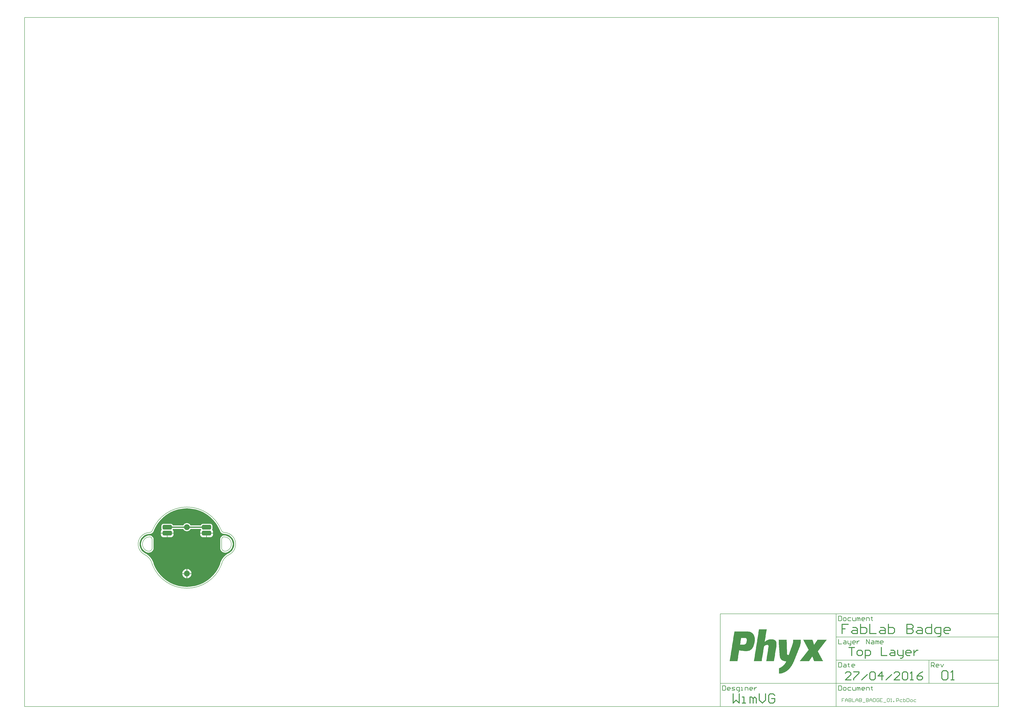
<source format=gtl>
G04 Layer_Physical_Order=1*
G04 Layer_Color=48896*
%FSLAX25Y25*%
%MOIN*%
G70*
G01*
G75*
G04:AMPARAMS|DCode=10|XSize=78.74mil|YSize=157.48mil|CornerRadius=19.69mil|HoleSize=0mil|Usage=FLASHONLY|Rotation=90.000|XOffset=0mil|YOffset=0mil|HoleType=Round|Shape=RoundedRectangle|*
%AMROUNDEDRECTD10*
21,1,0.07874,0.11811,0,0,90.0*
21,1,0.03937,0.15748,0,0,90.0*
1,1,0.03937,0.05906,0.01969*
1,1,0.03937,0.05906,-0.01969*
1,1,0.03937,-0.05906,-0.01969*
1,1,0.03937,-0.05906,0.01969*
%
%ADD10ROUNDEDRECTD10*%
%ADD11C,0.01969*%
%ADD12C,0.01575*%
%ADD13C,0.00787*%
%ADD14C,0.00984*%
G04:AMPARAMS|DCode=15|XSize=78.74mil|YSize=78.74mil|CornerRadius=19.69mil|HoleSize=0mil|Usage=FLASHONLY|Rotation=90.000|XOffset=0mil|YOffset=0mil|HoleType=Round|Shape=RoundedRectangle|*
%AMROUNDEDRECTD15*
21,1,0.07874,0.03937,0,0,90.0*
21,1,0.03937,0.07874,0,0,90.0*
1,1,0.03937,0.01969,0.01969*
1,1,0.03937,0.01969,-0.01969*
1,1,0.03937,-0.01969,-0.01969*
1,1,0.03937,-0.01969,0.01969*
%
%ADD15ROUNDEDRECTD15*%
%ADD16C,0.07874*%
%ADD17C,0.09843*%
G36*
X4757Y60440D02*
X9484Y59880D01*
X14153Y58951D01*
X18735Y57659D01*
X23201Y56012D01*
X27524Y54019D01*
X31677Y51693D01*
X35636Y49048D01*
X39374Y46101D01*
X42869Y42869D01*
X46101Y39374D01*
X49048Y35636D01*
X51693Y31677D01*
X54019Y27524D01*
X55576Y24147D01*
X56176Y22697D01*
X56180Y22676D01*
X56188Y22664D01*
X56379Y22139D01*
X57113Y20766D01*
X58100Y19563D01*
X59304Y18575D01*
X60676Y17842D01*
X62166Y17390D01*
X62856Y17313D01*
X63113Y17262D01*
X63257Y17290D01*
X64395Y17226D01*
X64399Y17226D01*
X65374Y17162D01*
X67595Y16720D01*
X69739Y15993D01*
X71770Y14991D01*
X73653Y13733D01*
X75355Y12240D01*
X76848Y10538D01*
X78106Y8655D01*
X79108Y6624D01*
X79835Y4480D01*
X80277Y2259D01*
X80425Y0D01*
X80277Y-2259D01*
X79835Y-4480D01*
X79108Y-6624D01*
X78106Y-8655D01*
X76848Y-10538D01*
X75355Y-12240D01*
X73653Y-13733D01*
X71842Y-14943D01*
X71250Y-15189D01*
X68527Y-16693D01*
X65990Y-18493D01*
X63670Y-20566D01*
X61598Y-22886D01*
X59798Y-25423D01*
X58293Y-28145D01*
X57102Y-31019D01*
X56241Y-34008D01*
X56121Y-34715D01*
X56012Y-35012D01*
X54019Y-39335D01*
X51693Y-43488D01*
X49048Y-47447D01*
X46101Y-51185D01*
X42869Y-54681D01*
X39374Y-57912D01*
X35636Y-60859D01*
X31677Y-63504D01*
X27524Y-65830D01*
X23201Y-67823D01*
X18735Y-69470D01*
X14153Y-70763D01*
X9484Y-71691D01*
X4757Y-72251D01*
X0Y-72438D01*
X-4757Y-72251D01*
X-9484Y-71691D01*
X-14153Y-70763D01*
X-18735Y-69470D01*
X-23201Y-67823D01*
X-27524Y-65830D01*
X-31677Y-63504D01*
X-35636Y-60859D01*
X-39374Y-57912D01*
X-42869Y-54681D01*
X-46101Y-51185D01*
X-49048Y-47447D01*
X-51693Y-43488D01*
X-54019Y-39335D01*
X-56012Y-35012D01*
X-56121Y-34715D01*
X-56241Y-34008D01*
X-57102Y-31019D01*
X-58293Y-28145D01*
X-59798Y-25423D01*
X-61598Y-22886D01*
X-63671Y-20566D01*
X-65990Y-18493D01*
X-68527Y-16693D01*
X-71250Y-15189D01*
X-71842Y-14943D01*
X-73653Y-13733D01*
X-75355Y-12240D01*
X-76848Y-10538D01*
X-78106Y-8655D01*
X-79108Y-6624D01*
X-79835Y-4480D01*
X-80277Y-2259D01*
X-80425Y0D01*
X-80277Y2259D01*
X-79835Y4480D01*
X-79108Y6624D01*
X-78106Y8655D01*
X-76848Y10538D01*
X-75355Y12240D01*
X-73653Y13733D01*
X-71770Y14991D01*
X-69739Y15993D01*
X-67595Y16720D01*
X-65374Y17162D01*
X-64399Y17226D01*
X-64395Y17226D01*
X-63257Y17290D01*
X-63113Y17262D01*
X-62856Y17313D01*
X-62166Y17390D01*
X-60676Y17842D01*
X-59304Y18575D01*
X-58100Y19563D01*
X-57113Y20766D01*
X-56379Y22139D01*
X-56188Y22664D01*
X-56180Y22676D01*
X-56176Y22697D01*
X-55576Y24147D01*
X-54019Y27524D01*
X-51693Y31677D01*
X-49048Y35636D01*
X-46101Y39374D01*
X-42869Y42869D01*
X-39374Y46101D01*
X-35636Y49048D01*
X-31677Y51693D01*
X-27524Y54019D01*
X-23201Y56012D01*
X-18735Y57659D01*
X-14153Y58951D01*
X-9484Y59880D01*
X-4757Y60440D01*
X0Y60627D01*
X4757Y60440D01*
D02*
G37*
%LPC*%
G36*
X591Y-42146D02*
Y-49409D01*
X7854D01*
X7760Y-48456D01*
X7310Y-46972D01*
X6579Y-45604D01*
X5595Y-44405D01*
X4396Y-43421D01*
X3028Y-42690D01*
X1544Y-42240D01*
X591Y-42146D01*
D02*
G37*
G36*
X62992Y14858D02*
X62814Y14823D01*
X62012Y14728D01*
X60762Y14349D01*
X59610Y13733D01*
X58600Y12905D01*
X57772Y11895D01*
X57156Y10743D01*
X56777Y9493D01*
X56649Y8194D01*
X56669Y7987D01*
X56647Y7874D01*
Y-7874D01*
X56830Y-8796D01*
X56892Y-8889D01*
X56989Y-9208D01*
X57786Y-10699D01*
X58859Y-12007D01*
X60167Y-13080D01*
X61659Y-13877D01*
X63277Y-14368D01*
X64961Y-14534D01*
X66644Y-14368D01*
X67527Y-14101D01*
X67682Y-14070D01*
X67688Y-14087D01*
X67851Y-14036D01*
X67914Y-13994D01*
X69737Y-13239D01*
X71725Y-12020D01*
X73498Y-10506D01*
X75012Y-8733D01*
X76231Y-6745D01*
X77123Y-4591D01*
X77667Y-2324D01*
X77850Y0D01*
X77667Y2324D01*
X77123Y4591D01*
X76231Y6745D01*
X75012Y8733D01*
X73498Y10506D01*
X71725Y12020D01*
X69737Y13239D01*
X67584Y14131D01*
X65316Y14675D01*
X62996Y14858D01*
X62996Y14858D01*
X62992Y14858D01*
D02*
G37*
G36*
X-591Y-42146D02*
X-1544Y-42240D01*
X-3028Y-42690D01*
X-4396Y-43421D01*
X-5595Y-44405D01*
X-6579Y-45604D01*
X-7310Y-46972D01*
X-7760Y-48456D01*
X-7854Y-49409D01*
X-591D01*
Y-42146D01*
D02*
G37*
G36*
Y-50591D02*
X-7854D01*
X-7760Y-51544D01*
X-7310Y-53028D01*
X-6579Y-54396D01*
X-5595Y-55595D01*
X-4396Y-56579D01*
X-3028Y-57310D01*
X-1544Y-57760D01*
X-591Y-57854D01*
Y-50591D01*
D02*
G37*
G36*
X7854D02*
X591D01*
Y-57854D01*
X1544Y-57760D01*
X3028Y-57310D01*
X4396Y-56579D01*
X5595Y-55595D01*
X6579Y-54396D01*
X7310Y-53028D01*
X7760Y-51544D01*
X7854Y-50591D01*
D02*
G37*
G36*
X-34055Y18032D02*
X-44334D01*
Y16654D01*
X-44165Y15369D01*
X-43669Y14172D01*
X-42880Y13144D01*
X-41852Y12355D01*
X-40655Y11859D01*
X-39370Y11690D01*
X-34055D01*
Y18032D01*
D02*
G37*
G36*
X-62992Y14858D02*
X-62996Y14858D01*
X-62996D01*
X-65316Y14675D01*
X-67584Y14131D01*
X-69737Y13239D01*
X-71725Y12020D01*
X-73498Y10506D01*
X-75012Y8733D01*
X-76231Y6745D01*
X-77123Y4591D01*
X-77667Y2324D01*
X-77850Y0D01*
X-77667Y-2324D01*
X-77123Y-4591D01*
X-76231Y-6745D01*
X-75012Y-8733D01*
X-73498Y-10506D01*
X-71725Y-12020D01*
X-69737Y-13239D01*
X-67914Y-13994D01*
X-67851Y-14036D01*
X-67688Y-14087D01*
X-67682Y-14070D01*
X-67527Y-14101D01*
X-66644Y-14368D01*
X-64961Y-14534D01*
X-63277Y-14368D01*
X-61659Y-13877D01*
X-60167Y-13080D01*
X-58859Y-12007D01*
X-57786Y-10699D01*
X-56989Y-9208D01*
X-56892Y-8889D01*
X-56830Y-8796D01*
X-56647Y-7874D01*
Y7874D01*
X-56669Y7987D01*
X-56649Y8194D01*
X-56777Y9493D01*
X-57156Y10743D01*
X-57772Y11895D01*
X-58600Y12905D01*
X-59610Y13733D01*
X-60762Y14349D01*
X-62012Y14728D01*
X-62657Y14792D01*
X-62814Y14823D01*
Y14823D01*
X-62992Y14858D01*
D02*
G37*
G36*
X0Y35663D02*
X-1351Y35530D01*
X-2649Y35136D01*
X-3846Y34497D01*
X-4895Y33636D01*
X-5756Y32586D01*
X-6220Y31718D01*
X-23765D01*
X-24120Y32576D01*
X-24751Y33399D01*
X-25574Y34029D01*
X-26531Y34426D01*
X-27559Y34561D01*
X-39370D01*
X-40398Y34426D01*
X-41356Y34029D01*
X-42178Y33399D01*
X-42809Y32576D01*
X-43206Y31618D01*
X-43341Y30591D01*
Y26654D01*
X-43206Y25626D01*
X-42809Y24668D01*
X-42806Y24664D01*
X-42880Y24101D01*
X-43669Y23072D01*
X-44165Y21875D01*
X-44334Y20591D01*
Y19213D01*
X-33465D01*
X-22595D01*
Y20591D01*
X-22764Y21875D01*
X-23260Y23072D01*
X-24049Y24101D01*
X-24368Y24345D01*
X-24120Y24668D01*
X-23723Y25626D01*
X-23706Y25762D01*
X-6220D01*
X-5756Y24894D01*
X-4895Y23845D01*
X-3846Y22984D01*
X-2649Y22344D01*
X-1351Y21950D01*
X0Y21817D01*
X1351Y21950D01*
X2649Y22344D01*
X3846Y22984D01*
X4895Y23845D01*
X5756Y24894D01*
X6220Y25762D01*
X23706D01*
X23723Y25626D01*
X24120Y24668D01*
X24368Y24345D01*
X24049Y24101D01*
X23260Y23072D01*
X22764Y21875D01*
X22595Y20591D01*
Y19213D01*
X33465D01*
X44334D01*
Y20591D01*
X44165Y21875D01*
X43669Y23072D01*
X42880Y24101D01*
X42806Y24664D01*
X42809Y24668D01*
X43206Y25626D01*
X43341Y26654D01*
Y30591D01*
X43206Y31618D01*
X42809Y32576D01*
X42178Y33399D01*
X41356Y34029D01*
X40398Y34426D01*
X39370Y34561D01*
X27559D01*
X26531Y34426D01*
X25574Y34029D01*
X24751Y33399D01*
X24120Y32576D01*
X23765Y31718D01*
X6220D01*
X5756Y32586D01*
X4895Y33636D01*
X3846Y34497D01*
X2649Y35136D01*
X1351Y35530D01*
X0Y35663D01*
D02*
G37*
G36*
X44334Y18032D02*
X34055D01*
Y11690D01*
X39370D01*
X40655Y11859D01*
X41852Y12355D01*
X42880Y13144D01*
X43669Y14172D01*
X44165Y15369D01*
X44334Y16654D01*
Y18032D01*
D02*
G37*
G36*
X-22595Y18032D02*
X-32874D01*
Y11690D01*
X-27559D01*
X-26274Y11859D01*
X-25077Y12355D01*
X-24049Y13144D01*
X-23260Y14172D01*
X-22764Y15369D01*
X-22595Y16654D01*
Y18032D01*
D02*
G37*
G36*
X32874Y18032D02*
X22595D01*
Y16654D01*
X22764Y15369D01*
X23260Y14172D01*
X24049Y13144D01*
X25077Y12355D01*
X26274Y11859D01*
X27559Y11690D01*
X32874D01*
Y18032D01*
D02*
G37*
%LPD*%
G36*
X1042339Y-162457D02*
Y-162743D01*
Y-163030D01*
Y-163316D01*
Y-163602D01*
Y-163889D01*
Y-164175D01*
Y-164461D01*
Y-164748D01*
Y-165034D01*
Y-165320D01*
Y-165607D01*
Y-165893D01*
Y-166179D01*
Y-166466D01*
Y-166752D01*
Y-167038D01*
Y-167324D01*
Y-167611D01*
Y-167897D01*
Y-168183D01*
X1042053D01*
Y-168470D01*
Y-168756D01*
Y-169042D01*
Y-169329D01*
Y-169615D01*
X1041767D01*
Y-169901D01*
Y-170188D01*
Y-170474D01*
Y-170760D01*
X1041481D01*
Y-171047D01*
Y-171333D01*
Y-171619D01*
Y-171906D01*
X1041194D01*
Y-172192D01*
Y-172478D01*
Y-172764D01*
X1040908D01*
Y-173051D01*
Y-173337D01*
Y-173623D01*
X1040622D01*
Y-173910D01*
Y-174196D01*
Y-174482D01*
X1040335D01*
Y-174769D01*
Y-175055D01*
Y-175341D01*
X1040049D01*
Y-175628D01*
Y-175914D01*
X1039763D01*
Y-176200D01*
Y-176487D01*
X1039476D01*
Y-176773D01*
Y-177059D01*
Y-177345D01*
X1039190D01*
Y-177632D01*
Y-177918D01*
X1038904D01*
Y-178204D01*
Y-178491D01*
Y-178777D01*
X1038617D01*
Y-179063D01*
Y-179350D01*
X1038331D01*
Y-179636D01*
Y-179922D01*
Y-180209D01*
X1038045D01*
Y-180495D01*
Y-180781D01*
X1037758D01*
Y-181068D01*
Y-181354D01*
Y-181640D01*
X1037472D01*
Y-181926D01*
Y-182213D01*
X1037186D01*
Y-182499D01*
Y-182785D01*
Y-183072D01*
X1036899D01*
Y-183358D01*
Y-183644D01*
X1036613D01*
Y-183931D01*
Y-184217D01*
Y-184503D01*
X1036327D01*
Y-184790D01*
Y-185076D01*
X1036041D01*
Y-185362D01*
Y-185649D01*
Y-185935D01*
X1035754D01*
Y-186221D01*
Y-186507D01*
X1035468D01*
Y-186794D01*
Y-187080D01*
Y-187366D01*
X1035182D01*
Y-187653D01*
Y-187939D01*
X1034895D01*
Y-188225D01*
Y-188512D01*
Y-188798D01*
X1034609D01*
Y-189084D01*
Y-189371D01*
X1034323D01*
Y-189657D01*
Y-189943D01*
Y-190229D01*
X1034036D01*
Y-190516D01*
Y-190802D01*
X1033750D01*
Y-191088D01*
Y-191375D01*
Y-191661D01*
X1033464D01*
Y-191947D01*
Y-192234D01*
X1033177D01*
Y-192520D01*
Y-192806D01*
Y-193093D01*
X1032891D01*
Y-193379D01*
Y-193665D01*
X1032605D01*
Y-193952D01*
Y-194238D01*
Y-194524D01*
X1032318D01*
Y-194810D01*
Y-195097D01*
X1032032D01*
Y-195383D01*
Y-195669D01*
Y-195956D01*
X1031746D01*
Y-196242D01*
Y-196528D01*
X1031460D01*
Y-196815D01*
Y-197101D01*
Y-197387D01*
X1031173D01*
Y-197674D01*
Y-197960D01*
X1030887D01*
Y-198246D01*
Y-198533D01*
Y-198819D01*
X1030601D01*
Y-199105D01*
Y-199391D01*
X1030314D01*
Y-199678D01*
Y-199964D01*
X1030028D01*
Y-200251D01*
Y-200537D01*
X1029742D01*
Y-200823D01*
Y-201109D01*
Y-201396D01*
X1029455D01*
Y-201682D01*
X1029169D01*
Y-201968D01*
Y-202255D01*
Y-202541D01*
X1028883D01*
Y-202827D01*
X1028596D01*
Y-203114D01*
Y-203400D01*
X1028310D01*
Y-203686D01*
Y-203973D01*
X1028024D01*
Y-204259D01*
Y-204545D01*
X1027738D01*
Y-204832D01*
Y-205118D01*
X1027451D01*
Y-205404D01*
X1027165D01*
Y-205690D01*
Y-205977D01*
X1026879D01*
Y-206263D01*
Y-206549D01*
X1026592D01*
Y-206836D01*
X1026306D01*
Y-207122D01*
X1026020D01*
Y-207408D01*
Y-207695D01*
X1025733D01*
Y-207981D01*
X1025447D01*
Y-208267D01*
Y-208554D01*
X1025161D01*
Y-208840D01*
X1024874D01*
Y-209126D01*
X1024588D01*
Y-209413D01*
Y-209699D01*
X1024302D01*
Y-209985D01*
X1024015D01*
Y-210271D01*
X1023729D01*
Y-210558D01*
X1023443D01*
Y-210844D01*
X1023157D01*
Y-211130D01*
Y-211417D01*
X1022870D01*
Y-211703D01*
X1022584D01*
Y-211989D01*
X1022297D01*
Y-212276D01*
X1022011D01*
Y-212562D01*
X1021725D01*
Y-212848D01*
X1021439D01*
Y-213135D01*
X1021152D01*
Y-213421D01*
X1020580D01*
Y-213707D01*
X1020293D01*
Y-213994D01*
X1020007D01*
Y-214280D01*
X1019721D01*
Y-214566D01*
X1019434D01*
Y-214852D01*
X1018862D01*
Y-215139D01*
X1018575D01*
Y-215425D01*
X1018003D01*
Y-215711D01*
X1017717D01*
Y-215998D01*
X1017144D01*
Y-216284D01*
X1016858D01*
Y-216570D01*
X1016285D01*
Y-216857D01*
X1015712D01*
Y-217143D01*
X1015140D01*
Y-217429D01*
X1014567D01*
Y-217716D01*
X1013995D01*
Y-218002D01*
X1013136D01*
Y-218288D01*
X1012563D01*
Y-218575D01*
X1011704D01*
Y-218861D01*
X1010559D01*
Y-219147D01*
X1009414D01*
Y-219433D01*
X1007696D01*
Y-219720D01*
X1005691D01*
Y-220006D01*
X1005405D01*
Y-219720D01*
Y-219433D01*
Y-219147D01*
Y-218861D01*
Y-218575D01*
Y-218288D01*
Y-218002D01*
Y-217716D01*
Y-217429D01*
Y-217143D01*
Y-216857D01*
Y-216570D01*
Y-216284D01*
Y-215998D01*
Y-215711D01*
Y-215425D01*
Y-215139D01*
Y-214852D01*
Y-214566D01*
Y-214280D01*
Y-213994D01*
Y-213707D01*
Y-213421D01*
Y-213135D01*
Y-212848D01*
Y-212562D01*
Y-212276D01*
Y-211989D01*
Y-211703D01*
Y-211417D01*
Y-211130D01*
Y-210844D01*
Y-210558D01*
X1005978D01*
Y-210271D01*
X1006550D01*
Y-209985D01*
X1007123D01*
Y-209699D01*
X1007696D01*
Y-209413D01*
X1008268D01*
Y-209126D01*
X1008841D01*
Y-208840D01*
X1009127D01*
Y-208554D01*
X1009700D01*
Y-208267D01*
X1009986D01*
Y-207981D01*
X1010559D01*
Y-207695D01*
X1010845D01*
Y-207408D01*
X1011131D01*
Y-207122D01*
X1011704D01*
Y-206836D01*
X1011990D01*
Y-206549D01*
X1012277D01*
Y-206263D01*
X1012563D01*
Y-205977D01*
X1012849D01*
Y-205690D01*
X1013136D01*
Y-205404D01*
X1013422D01*
Y-205118D01*
X1013708D01*
Y-204832D01*
X1013995D01*
Y-204545D01*
X1014281D01*
Y-204259D01*
X1014567D01*
Y-203973D01*
X1014853D01*
Y-203686D01*
Y-203400D01*
X1015140D01*
Y-203114D01*
X1015426D01*
Y-202827D01*
X1015712D01*
Y-202541D01*
Y-202255D01*
X1015999D01*
Y-201968D01*
X1016285D01*
Y-201682D01*
Y-201396D01*
X1016571D01*
Y-201109D01*
Y-200823D01*
X1016858D01*
Y-200537D01*
X1017144D01*
Y-200251D01*
Y-199964D01*
X1017430D01*
Y-199678D01*
Y-199391D01*
X1017717D01*
Y-199105D01*
Y-198819D01*
X1015999D01*
Y-198533D01*
X1013995D01*
Y-198246D01*
X1012849D01*
Y-197960D01*
X1012277D01*
Y-197674D01*
X1011418D01*
Y-197387D01*
X1010845D01*
Y-197101D01*
X1010559D01*
Y-196815D01*
X1009986D01*
Y-196528D01*
X1009700D01*
Y-196242D01*
X1009414D01*
Y-195956D01*
X1009127D01*
Y-195669D01*
X1008841D01*
Y-195383D01*
X1008554D01*
Y-195097D01*
Y-194810D01*
X1008268D01*
Y-194524D01*
X1007982D01*
Y-194238D01*
Y-193952D01*
X1007696D01*
Y-193665D01*
Y-193379D01*
X1007409D01*
Y-193093D01*
Y-192806D01*
X1007123D01*
Y-192520D01*
Y-192234D01*
Y-191947D01*
X1006837D01*
Y-191661D01*
Y-191375D01*
Y-191088D01*
Y-190802D01*
X1006550D01*
Y-190516D01*
Y-190229D01*
Y-189943D01*
Y-189657D01*
Y-189371D01*
Y-189084D01*
Y-188798D01*
X1006264D01*
Y-188512D01*
Y-188225D01*
Y-187939D01*
Y-187653D01*
Y-187366D01*
Y-187080D01*
Y-186794D01*
Y-186507D01*
Y-186221D01*
Y-185935D01*
Y-185649D01*
Y-185362D01*
Y-185076D01*
Y-184790D01*
Y-184503D01*
X1005978D01*
Y-184217D01*
Y-183931D01*
Y-183644D01*
Y-183358D01*
Y-183072D01*
Y-182785D01*
Y-182499D01*
Y-182213D01*
Y-181926D01*
Y-181640D01*
Y-181354D01*
Y-181068D01*
Y-180781D01*
Y-180495D01*
Y-180209D01*
X1005691D01*
Y-179922D01*
Y-179636D01*
Y-179350D01*
Y-179063D01*
Y-178777D01*
Y-178491D01*
Y-178204D01*
Y-177918D01*
Y-177632D01*
Y-177345D01*
Y-177059D01*
Y-176773D01*
Y-176487D01*
Y-176200D01*
Y-175914D01*
Y-175628D01*
X1005405D01*
Y-175341D01*
Y-175055D01*
Y-174769D01*
Y-174482D01*
Y-174196D01*
Y-173910D01*
Y-173623D01*
Y-173337D01*
Y-173051D01*
Y-172764D01*
Y-172478D01*
Y-172192D01*
Y-171906D01*
Y-171619D01*
Y-171333D01*
Y-171047D01*
X1005119D01*
Y-170760D01*
Y-170474D01*
Y-170188D01*
Y-169901D01*
Y-169615D01*
Y-169329D01*
Y-169042D01*
Y-168756D01*
Y-168470D01*
Y-168183D01*
Y-167897D01*
Y-167611D01*
Y-167324D01*
Y-167038D01*
X1004832D01*
Y-166752D01*
Y-166466D01*
Y-166179D01*
Y-165893D01*
Y-165607D01*
Y-165320D01*
Y-165034D01*
Y-164748D01*
Y-164461D01*
Y-164175D01*
Y-163889D01*
Y-163602D01*
Y-163316D01*
Y-163030D01*
Y-162743D01*
Y-162457D01*
X1004546D01*
Y-162171D01*
X1018289D01*
Y-162457D01*
Y-162743D01*
Y-163030D01*
Y-163316D01*
Y-163602D01*
Y-163889D01*
Y-164175D01*
Y-164461D01*
Y-164748D01*
Y-165034D01*
Y-165320D01*
Y-165607D01*
Y-165893D01*
Y-166179D01*
X1018575D01*
Y-166466D01*
Y-166752D01*
Y-167038D01*
Y-167324D01*
Y-167611D01*
Y-167897D01*
Y-168183D01*
Y-168470D01*
Y-168756D01*
Y-169042D01*
Y-169329D01*
Y-169615D01*
Y-169901D01*
Y-170188D01*
Y-170474D01*
Y-170760D01*
Y-171047D01*
Y-171333D01*
Y-171619D01*
Y-171906D01*
Y-172192D01*
Y-172478D01*
Y-172764D01*
Y-173051D01*
Y-173337D01*
Y-173623D01*
Y-173910D01*
Y-174196D01*
Y-174482D01*
Y-174769D01*
Y-175055D01*
Y-175341D01*
Y-175628D01*
Y-175914D01*
Y-176200D01*
Y-176487D01*
Y-176773D01*
Y-177059D01*
Y-177345D01*
Y-177632D01*
Y-177918D01*
X1018862D01*
Y-178204D01*
X1018575D01*
Y-178491D01*
Y-178777D01*
X1018862D01*
Y-179063D01*
Y-179350D01*
Y-179636D01*
Y-179922D01*
Y-180209D01*
Y-180495D01*
Y-180781D01*
Y-181068D01*
Y-181354D01*
Y-181640D01*
Y-181926D01*
Y-182213D01*
Y-182499D01*
Y-182785D01*
Y-183072D01*
Y-183358D01*
Y-183644D01*
Y-183931D01*
Y-184217D01*
Y-184503D01*
Y-184790D01*
Y-185076D01*
Y-185362D01*
Y-185649D01*
Y-185935D01*
Y-186221D01*
X1019148D01*
Y-186507D01*
Y-186794D01*
Y-187080D01*
X1019434D01*
Y-187366D01*
X1019721D01*
Y-187653D01*
X1020007D01*
Y-187939D01*
X1020866D01*
Y-188225D01*
X1021725D01*
Y-187939D01*
X1022011D01*
Y-187653D01*
Y-187366D01*
Y-187080D01*
X1022297D01*
Y-186794D01*
Y-186507D01*
X1022584D01*
Y-186221D01*
Y-185935D01*
Y-185649D01*
X1022870D01*
Y-185362D01*
Y-185076D01*
Y-184790D01*
X1023157D01*
Y-184503D01*
Y-184217D01*
Y-183931D01*
X1023443D01*
Y-183644D01*
Y-183358D01*
Y-183072D01*
X1023729D01*
Y-182785D01*
Y-182499D01*
X1024015D01*
Y-182213D01*
Y-181926D01*
Y-181640D01*
X1024302D01*
Y-181354D01*
Y-181068D01*
Y-180781D01*
X1024588D01*
Y-180495D01*
Y-180209D01*
Y-179922D01*
X1024874D01*
Y-179636D01*
Y-179350D01*
X1025161D01*
Y-179063D01*
Y-178777D01*
Y-178491D01*
X1025447D01*
Y-178204D01*
Y-177918D01*
Y-177632D01*
X1025733D01*
Y-177345D01*
Y-177059D01*
Y-176773D01*
X1026020D01*
Y-176487D01*
Y-176200D01*
X1026306D01*
Y-175914D01*
Y-175628D01*
Y-175341D01*
X1026592D01*
Y-175055D01*
Y-174769D01*
Y-174482D01*
X1026879D01*
Y-174196D01*
Y-173910D01*
Y-173623D01*
X1027165D01*
Y-173337D01*
Y-173051D01*
X1027451D01*
Y-172764D01*
Y-172478D01*
Y-172192D01*
X1027738D01*
Y-171906D01*
Y-171619D01*
Y-171333D01*
X1028024D01*
Y-171047D01*
Y-170760D01*
Y-170474D01*
X1028310D01*
Y-170188D01*
Y-169901D01*
Y-169615D01*
Y-169329D01*
X1028596D01*
Y-169042D01*
Y-168756D01*
Y-168470D01*
Y-168183D01*
X1028883D01*
Y-167897D01*
Y-167611D01*
Y-167324D01*
Y-167038D01*
Y-166752D01*
X1029169D01*
Y-166466D01*
Y-166179D01*
Y-165893D01*
Y-165607D01*
Y-165320D01*
Y-165034D01*
X1029455D01*
Y-164748D01*
Y-164461D01*
Y-164175D01*
Y-163889D01*
Y-163602D01*
Y-163316D01*
Y-163030D01*
Y-162743D01*
Y-162457D01*
Y-162171D01*
X1042339D01*
Y-162457D01*
D02*
G37*
G36*
X984504Y-144992D02*
Y-145278D01*
X984218D01*
Y-145565D01*
Y-145851D01*
Y-146137D01*
Y-146424D01*
Y-146710D01*
Y-146996D01*
X983932D01*
Y-147283D01*
Y-147569D01*
Y-147855D01*
Y-148142D01*
Y-148428D01*
Y-148714D01*
X983645D01*
Y-149001D01*
Y-149287D01*
Y-149573D01*
Y-149859D01*
Y-150146D01*
Y-150432D01*
Y-150718D01*
X983359D01*
Y-151005D01*
Y-151291D01*
Y-151577D01*
Y-151864D01*
Y-152150D01*
Y-152436D01*
X983073D01*
Y-152723D01*
Y-153009D01*
Y-153295D01*
Y-153582D01*
Y-153868D01*
Y-154154D01*
X982786D01*
Y-154440D01*
Y-154727D01*
Y-155013D01*
Y-155299D01*
Y-155586D01*
Y-155872D01*
Y-156158D01*
X982500D01*
Y-156445D01*
Y-156731D01*
Y-157017D01*
Y-157304D01*
Y-157590D01*
Y-157876D01*
X982214D01*
Y-158162D01*
Y-158449D01*
Y-158735D01*
Y-159021D01*
Y-159308D01*
Y-159594D01*
X981927D01*
Y-159880D01*
Y-160167D01*
Y-160453D01*
Y-160739D01*
Y-161026D01*
Y-161312D01*
X981641D01*
Y-161598D01*
Y-161884D01*
Y-162171D01*
Y-162457D01*
Y-162743D01*
Y-163030D01*
Y-163316D01*
X981355D01*
Y-163602D01*
Y-163889D01*
Y-164175D01*
Y-164461D01*
Y-164748D01*
Y-165034D01*
X981069D01*
Y-165320D01*
Y-165607D01*
X981641D01*
Y-165320D01*
X981927D01*
Y-165034D01*
X982214D01*
Y-164748D01*
X982786D01*
Y-164461D01*
X983073D01*
Y-164175D01*
X983359D01*
Y-163889D01*
X983932D01*
Y-163602D01*
X984504D01*
Y-163316D01*
X984791D01*
Y-163030D01*
X985363D01*
Y-162743D01*
X986222D01*
Y-162457D01*
X986795D01*
Y-162171D01*
X987654D01*
Y-161884D01*
X989085D01*
Y-161598D01*
X995384D01*
Y-161884D01*
X996529D01*
Y-162171D01*
X997388D01*
Y-162457D01*
X997961D01*
Y-162743D01*
X998247D01*
Y-163030D01*
X998820D01*
Y-163316D01*
X999106D01*
Y-163602D01*
X999393D01*
Y-163889D01*
X999679D01*
Y-164175D01*
X999965D01*
Y-164461D01*
Y-164748D01*
X1000251D01*
Y-165034D01*
Y-165320D01*
X1000538D01*
Y-165607D01*
Y-165893D01*
Y-166179D01*
X1000824D01*
Y-166466D01*
Y-166752D01*
Y-167038D01*
Y-167324D01*
X1001110D01*
Y-167611D01*
Y-167897D01*
Y-168183D01*
Y-168470D01*
Y-168756D01*
Y-169042D01*
Y-169329D01*
Y-169615D01*
Y-169901D01*
Y-170188D01*
Y-170474D01*
Y-170760D01*
Y-171047D01*
Y-171333D01*
Y-171619D01*
Y-171906D01*
Y-172192D01*
Y-172478D01*
X1000824D01*
Y-172764D01*
Y-173051D01*
Y-173337D01*
Y-173623D01*
Y-173910D01*
Y-174196D01*
Y-174482D01*
X1000538D01*
Y-174769D01*
Y-175055D01*
Y-175341D01*
Y-175628D01*
Y-175914D01*
Y-176200D01*
Y-176487D01*
X1000251D01*
Y-176773D01*
Y-177059D01*
Y-177345D01*
Y-177632D01*
Y-177918D01*
Y-178204D01*
X999965D01*
Y-178491D01*
Y-178777D01*
Y-179063D01*
Y-179350D01*
Y-179636D01*
Y-179922D01*
X999679D01*
Y-180209D01*
Y-180495D01*
Y-180781D01*
Y-181068D01*
Y-181354D01*
Y-181640D01*
X999393D01*
Y-181926D01*
Y-182213D01*
Y-182499D01*
Y-182785D01*
Y-183072D01*
Y-183358D01*
Y-183644D01*
X999106D01*
Y-183931D01*
Y-184217D01*
Y-184503D01*
Y-184790D01*
Y-185076D01*
Y-185362D01*
X998820D01*
Y-185649D01*
Y-185935D01*
Y-186221D01*
Y-186507D01*
Y-186794D01*
Y-187080D01*
X998534D01*
Y-187366D01*
Y-187653D01*
Y-187939D01*
Y-188225D01*
Y-188512D01*
Y-188798D01*
Y-189084D01*
X998247D01*
Y-189371D01*
Y-189657D01*
Y-189943D01*
Y-190229D01*
Y-190516D01*
Y-190802D01*
X997961D01*
Y-191088D01*
Y-191375D01*
Y-191661D01*
Y-191947D01*
Y-192234D01*
Y-192520D01*
X997675D01*
Y-192806D01*
Y-193093D01*
Y-193379D01*
Y-193665D01*
Y-193952D01*
Y-194238D01*
X997388D01*
Y-194524D01*
Y-194810D01*
Y-195097D01*
Y-195383D01*
Y-195669D01*
Y-195956D01*
Y-196242D01*
X997102D01*
Y-196528D01*
Y-196815D01*
Y-197101D01*
Y-197387D01*
Y-197674D01*
Y-197960D01*
X996816D01*
Y-198246D01*
Y-198533D01*
X983645D01*
Y-198246D01*
Y-197960D01*
X983932D01*
Y-197674D01*
Y-197387D01*
Y-197101D01*
Y-196815D01*
Y-196528D01*
Y-196242D01*
X984218D01*
Y-195956D01*
Y-195669D01*
Y-195383D01*
Y-195097D01*
Y-194810D01*
Y-194524D01*
Y-194238D01*
X984504D01*
Y-193952D01*
Y-193665D01*
Y-193379D01*
Y-193093D01*
Y-192806D01*
Y-192520D01*
X984791D01*
Y-192234D01*
Y-191947D01*
Y-191661D01*
Y-191375D01*
Y-191088D01*
Y-190802D01*
X985077D01*
Y-190516D01*
Y-190229D01*
Y-189943D01*
Y-189657D01*
Y-189371D01*
Y-189084D01*
Y-188798D01*
X985363D01*
Y-188512D01*
Y-188225D01*
Y-187939D01*
Y-187653D01*
Y-187366D01*
Y-187080D01*
X985649D01*
Y-186794D01*
Y-186507D01*
Y-186221D01*
Y-185935D01*
Y-185649D01*
Y-185362D01*
Y-185076D01*
X985936D01*
Y-184790D01*
Y-184503D01*
Y-184217D01*
Y-183931D01*
Y-183644D01*
Y-183358D01*
X986222D01*
Y-183072D01*
Y-182785D01*
Y-182499D01*
Y-182213D01*
Y-181926D01*
Y-181640D01*
X986508D01*
Y-181354D01*
Y-181068D01*
Y-180781D01*
Y-180495D01*
Y-180209D01*
Y-179922D01*
X986795D01*
Y-179636D01*
Y-179350D01*
Y-179063D01*
Y-178777D01*
Y-178491D01*
Y-178204D01*
Y-177918D01*
X987081D01*
Y-177632D01*
Y-177345D01*
Y-177059D01*
Y-176773D01*
Y-176487D01*
Y-176200D01*
X987367D01*
Y-175914D01*
Y-175628D01*
Y-175341D01*
Y-175055D01*
Y-174769D01*
Y-174482D01*
Y-174196D01*
X987654D01*
Y-173910D01*
Y-173623D01*
Y-173337D01*
Y-173051D01*
Y-172764D01*
Y-172478D01*
X987367D01*
Y-172192D01*
Y-171906D01*
X987081D01*
Y-171619D01*
X986795D01*
Y-171333D01*
X986222D01*
Y-171047D01*
X984504D01*
Y-171333D01*
X983073D01*
Y-171619D01*
X982214D01*
Y-171906D01*
X981641D01*
Y-172192D01*
X981355D01*
Y-172478D01*
X980782D01*
Y-172764D01*
X980496D01*
Y-173051D01*
X980210D01*
Y-173337D01*
Y-173623D01*
X979923D01*
Y-173910D01*
Y-174196D01*
Y-174482D01*
X979637D01*
Y-174769D01*
Y-175055D01*
Y-175341D01*
Y-175628D01*
Y-175914D01*
Y-176200D01*
X979351D01*
Y-176487D01*
Y-176773D01*
Y-177059D01*
Y-177345D01*
Y-177632D01*
Y-177918D01*
Y-178204D01*
X979064D01*
Y-178491D01*
Y-178777D01*
Y-179063D01*
Y-179350D01*
Y-179636D01*
Y-179922D01*
X978778D01*
Y-180209D01*
Y-180495D01*
Y-180781D01*
Y-181068D01*
Y-181354D01*
Y-181640D01*
X978492D01*
Y-181926D01*
Y-182213D01*
Y-182499D01*
Y-182785D01*
Y-183072D01*
Y-183358D01*
X978205D01*
Y-183644D01*
Y-183931D01*
Y-184217D01*
Y-184503D01*
Y-184790D01*
Y-185076D01*
Y-185362D01*
X977919D01*
Y-185649D01*
Y-185935D01*
Y-186221D01*
Y-186507D01*
Y-186794D01*
Y-187080D01*
X977633D01*
Y-187366D01*
Y-187653D01*
Y-187939D01*
Y-188225D01*
Y-188512D01*
Y-188798D01*
X977346D01*
Y-189084D01*
Y-189371D01*
Y-189657D01*
Y-189943D01*
Y-190229D01*
Y-190516D01*
Y-190802D01*
X977060D01*
Y-191088D01*
Y-191375D01*
Y-191661D01*
Y-191947D01*
Y-192234D01*
Y-192520D01*
X976774D01*
Y-192806D01*
Y-193093D01*
Y-193379D01*
Y-193665D01*
Y-193952D01*
Y-194238D01*
X976488D01*
Y-194524D01*
Y-194810D01*
Y-195097D01*
Y-195383D01*
Y-195669D01*
Y-195956D01*
X976201D01*
Y-196242D01*
Y-196528D01*
Y-196815D01*
Y-197101D01*
Y-197387D01*
Y-197674D01*
Y-197960D01*
X975915D01*
Y-198246D01*
Y-198533D01*
X962745D01*
Y-198246D01*
Y-197960D01*
X963031D01*
Y-197674D01*
Y-197387D01*
Y-197101D01*
Y-196815D01*
Y-196528D01*
Y-196242D01*
Y-195956D01*
X963317D01*
Y-195669D01*
Y-195383D01*
Y-195097D01*
Y-194810D01*
Y-194524D01*
Y-194238D01*
X963603D01*
Y-193952D01*
Y-193665D01*
Y-193379D01*
Y-193093D01*
Y-192806D01*
Y-192520D01*
X963890D01*
Y-192234D01*
Y-191947D01*
Y-191661D01*
Y-191375D01*
Y-191088D01*
Y-190802D01*
Y-190516D01*
X964176D01*
Y-190229D01*
Y-189943D01*
Y-189657D01*
Y-189371D01*
Y-189084D01*
Y-188798D01*
X964462D01*
Y-188512D01*
Y-188225D01*
Y-187939D01*
Y-187653D01*
Y-187366D01*
Y-187080D01*
X964749D01*
Y-186794D01*
Y-186507D01*
Y-186221D01*
Y-185935D01*
Y-185649D01*
Y-185362D01*
X965035D01*
Y-185076D01*
Y-184790D01*
Y-184503D01*
Y-184217D01*
Y-183931D01*
Y-183644D01*
Y-183358D01*
X965321D01*
Y-183072D01*
Y-182785D01*
Y-182499D01*
Y-182213D01*
Y-181926D01*
Y-181640D01*
X965608D01*
Y-181354D01*
Y-181068D01*
Y-180781D01*
Y-180495D01*
Y-180209D01*
Y-179922D01*
X965894D01*
Y-179636D01*
Y-179350D01*
Y-179063D01*
Y-178777D01*
Y-178491D01*
Y-178204D01*
Y-177918D01*
X966180D01*
Y-177632D01*
Y-177345D01*
Y-177059D01*
Y-176773D01*
Y-176487D01*
Y-176200D01*
X966467D01*
Y-175914D01*
Y-175628D01*
Y-175341D01*
Y-175055D01*
Y-174769D01*
Y-174482D01*
X966753D01*
Y-174196D01*
Y-173910D01*
Y-173623D01*
Y-173337D01*
Y-173051D01*
Y-172764D01*
X967039D01*
Y-172478D01*
Y-172192D01*
Y-171906D01*
Y-171619D01*
Y-171333D01*
Y-171047D01*
Y-170760D01*
X967325D01*
Y-170474D01*
Y-170188D01*
Y-169901D01*
Y-169615D01*
Y-169329D01*
Y-169042D01*
X967612D01*
Y-168756D01*
Y-168470D01*
Y-168183D01*
Y-167897D01*
Y-167611D01*
Y-167324D01*
X967898D01*
Y-167038D01*
Y-166752D01*
Y-166466D01*
Y-166179D01*
Y-165893D01*
Y-165607D01*
X968184D01*
Y-165320D01*
Y-165034D01*
Y-164748D01*
Y-164461D01*
Y-164175D01*
Y-163889D01*
Y-163602D01*
X968471D01*
Y-163316D01*
Y-163030D01*
Y-162743D01*
Y-162457D01*
Y-162171D01*
Y-161884D01*
X968757D01*
Y-161598D01*
Y-161312D01*
Y-161026D01*
Y-160739D01*
Y-160453D01*
Y-160167D01*
X969043D01*
Y-159880D01*
Y-159594D01*
Y-159308D01*
Y-159021D01*
Y-158735D01*
Y-158449D01*
Y-158162D01*
X969330D01*
Y-157876D01*
Y-157590D01*
Y-157304D01*
Y-157017D01*
Y-156731D01*
Y-156445D01*
X969616D01*
Y-156158D01*
Y-155872D01*
Y-155586D01*
Y-155299D01*
Y-155013D01*
Y-154727D01*
X969902D01*
Y-154440D01*
Y-154154D01*
Y-153868D01*
Y-153582D01*
Y-153295D01*
Y-153009D01*
X970189D01*
Y-152723D01*
Y-152436D01*
Y-152150D01*
Y-151864D01*
Y-151577D01*
Y-151291D01*
Y-151005D01*
X970475D01*
Y-150718D01*
Y-150432D01*
Y-150146D01*
Y-149859D01*
Y-149573D01*
Y-149287D01*
X970761D01*
Y-149001D01*
Y-148714D01*
Y-148428D01*
Y-148142D01*
Y-147855D01*
Y-147569D01*
X971047D01*
Y-147283D01*
Y-146996D01*
Y-146710D01*
Y-146424D01*
Y-146137D01*
Y-145851D01*
Y-145565D01*
X971334D01*
Y-145278D01*
Y-144992D01*
Y-144706D01*
X984504D01*
Y-144992D01*
D02*
G37*
G36*
X953296Y-148428D02*
X955014D01*
Y-148714D01*
X955873D01*
Y-149001D01*
X956732D01*
Y-149287D01*
X957591D01*
Y-149573D01*
X958164D01*
Y-149859D01*
X958450D01*
Y-150146D01*
X959022D01*
Y-150432D01*
X959309D01*
Y-150718D01*
X959881D01*
Y-151005D01*
X960168D01*
Y-151291D01*
X960454D01*
Y-151577D01*
X960740D01*
Y-151864D01*
X961027D01*
Y-152150D01*
X961313D01*
Y-152436D01*
X961599D01*
Y-152723D01*
Y-153009D01*
X961886D01*
Y-153295D01*
X962172D01*
Y-153582D01*
Y-153868D01*
X962458D01*
Y-154154D01*
X962745D01*
Y-154440D01*
Y-154727D01*
X963031D01*
Y-155013D01*
Y-155299D01*
Y-155586D01*
X963317D01*
Y-155872D01*
Y-156158D01*
Y-156445D01*
X963603D01*
Y-156731D01*
Y-157017D01*
Y-157304D01*
Y-157590D01*
X963890D01*
Y-157876D01*
Y-158162D01*
Y-158449D01*
Y-158735D01*
Y-159021D01*
X964176D01*
Y-159308D01*
Y-159594D01*
Y-159880D01*
Y-160167D01*
Y-160453D01*
Y-160739D01*
Y-161026D01*
Y-161312D01*
Y-161598D01*
Y-161884D01*
Y-162171D01*
Y-162457D01*
Y-162743D01*
Y-163030D01*
Y-163316D01*
Y-163602D01*
Y-163889D01*
Y-164175D01*
Y-164461D01*
Y-164748D01*
X963890D01*
Y-165034D01*
Y-165320D01*
Y-165607D01*
Y-165893D01*
Y-166179D01*
Y-166466D01*
Y-166752D01*
X963603D01*
Y-167038D01*
Y-167324D01*
Y-167611D01*
Y-167897D01*
Y-168183D01*
X963317D01*
Y-168470D01*
Y-168756D01*
Y-169042D01*
Y-169329D01*
Y-169615D01*
X963031D01*
Y-169901D01*
Y-170188D01*
Y-170474D01*
X962745D01*
Y-170760D01*
Y-171047D01*
Y-171333D01*
Y-171619D01*
X962458D01*
Y-171906D01*
Y-172192D01*
Y-172478D01*
X962172D01*
Y-172764D01*
Y-173051D01*
X961886D01*
Y-173337D01*
Y-173623D01*
Y-173910D01*
X961599D01*
Y-174196D01*
Y-174482D01*
X961313D01*
Y-174769D01*
Y-175055D01*
X961027D01*
Y-175341D01*
Y-175628D01*
X960740D01*
Y-175914D01*
X960454D01*
Y-176200D01*
Y-176487D01*
X960168D01*
Y-176773D01*
X959881D01*
Y-177059D01*
X959595D01*
Y-177345D01*
Y-177632D01*
X959309D01*
Y-177918D01*
X959022D01*
Y-178204D01*
X958736D01*
Y-178491D01*
X958450D01*
Y-178777D01*
X958164D01*
Y-179063D01*
X957591D01*
Y-179350D01*
X957304D01*
Y-179636D01*
X956732D01*
Y-179922D01*
X956446D01*
Y-180209D01*
X955873D01*
Y-180495D01*
X955014D01*
Y-180781D01*
X954155D01*
Y-181068D01*
X953296D01*
Y-181354D01*
X951578D01*
Y-181640D01*
X946425D01*
Y-181354D01*
X943848D01*
Y-181068D01*
X941844D01*
Y-180781D01*
X940412D01*
Y-180495D01*
X938980D01*
Y-180209D01*
X937549D01*
Y-180495D01*
Y-180781D01*
Y-181068D01*
Y-181354D01*
Y-181640D01*
Y-181926D01*
Y-182213D01*
X937263D01*
Y-182499D01*
Y-182785D01*
Y-183072D01*
Y-183358D01*
Y-183644D01*
Y-183931D01*
X936976D01*
Y-184217D01*
Y-184503D01*
Y-184790D01*
Y-185076D01*
Y-185362D01*
Y-185649D01*
X936690D01*
Y-185935D01*
Y-186221D01*
Y-186507D01*
Y-186794D01*
Y-187080D01*
Y-187366D01*
Y-187653D01*
X936404D01*
Y-187939D01*
Y-188225D01*
Y-188512D01*
Y-188798D01*
Y-189084D01*
Y-189371D01*
X936117D01*
Y-189657D01*
Y-189943D01*
Y-190229D01*
Y-190516D01*
Y-190802D01*
Y-191088D01*
X935831D01*
Y-191375D01*
Y-191661D01*
Y-191947D01*
Y-192234D01*
Y-192520D01*
Y-192806D01*
Y-193093D01*
X935545D01*
Y-193379D01*
Y-193665D01*
Y-193952D01*
Y-194238D01*
Y-194524D01*
Y-194810D01*
X935258D01*
Y-195097D01*
Y-195383D01*
Y-195669D01*
Y-195956D01*
Y-196242D01*
Y-196528D01*
X934972D01*
Y-196815D01*
Y-197101D01*
Y-197387D01*
Y-197674D01*
Y-197960D01*
Y-198246D01*
Y-198533D01*
X921515D01*
Y-198246D01*
X921802D01*
Y-197960D01*
Y-197674D01*
Y-197387D01*
Y-197101D01*
Y-196815D01*
X922088D01*
Y-196528D01*
Y-196242D01*
Y-195956D01*
Y-195669D01*
Y-195383D01*
Y-195097D01*
Y-194810D01*
X922374D01*
Y-194524D01*
Y-194238D01*
Y-193952D01*
Y-193665D01*
Y-193379D01*
Y-193093D01*
X922661D01*
Y-192806D01*
Y-192520D01*
Y-192234D01*
Y-191947D01*
Y-191661D01*
Y-191375D01*
X922947D01*
Y-191088D01*
Y-190802D01*
Y-190516D01*
Y-190229D01*
Y-189943D01*
Y-189657D01*
Y-189371D01*
X923233D01*
Y-189084D01*
Y-188798D01*
Y-188512D01*
Y-188225D01*
Y-187939D01*
Y-187653D01*
X923520D01*
Y-187366D01*
Y-187080D01*
Y-186794D01*
Y-186507D01*
Y-186221D01*
Y-185935D01*
X923806D01*
Y-185649D01*
Y-185362D01*
Y-185076D01*
Y-184790D01*
Y-184503D01*
Y-184217D01*
X924092D01*
Y-183931D01*
Y-183644D01*
Y-183358D01*
Y-183072D01*
Y-182785D01*
Y-182499D01*
Y-182213D01*
X924378D01*
Y-181926D01*
Y-181640D01*
Y-181354D01*
Y-181068D01*
Y-180781D01*
Y-180495D01*
X924665D01*
Y-180209D01*
Y-179922D01*
Y-179636D01*
Y-179350D01*
Y-179063D01*
Y-178777D01*
X924951D01*
Y-178491D01*
Y-178204D01*
Y-177918D01*
Y-177632D01*
Y-177345D01*
Y-177059D01*
X925237D01*
Y-176773D01*
Y-176487D01*
Y-176200D01*
Y-175914D01*
Y-175628D01*
Y-175341D01*
Y-175055D01*
X925524D01*
Y-174769D01*
Y-174482D01*
Y-174196D01*
Y-173910D01*
Y-173623D01*
Y-173337D01*
X925810D01*
Y-173051D01*
Y-172764D01*
Y-172478D01*
Y-172192D01*
Y-171906D01*
Y-171619D01*
X926096D01*
Y-171333D01*
Y-171047D01*
Y-170760D01*
Y-170474D01*
Y-170188D01*
Y-169901D01*
Y-169615D01*
X926383D01*
Y-169329D01*
Y-169042D01*
Y-168756D01*
Y-168470D01*
Y-168183D01*
Y-167897D01*
X926669D01*
Y-167611D01*
Y-167324D01*
Y-167038D01*
Y-166752D01*
Y-166466D01*
Y-166179D01*
X926955D01*
Y-165893D01*
Y-165607D01*
Y-165320D01*
Y-165034D01*
Y-164748D01*
Y-164461D01*
X927242D01*
Y-164175D01*
Y-163889D01*
Y-163602D01*
Y-163316D01*
Y-163030D01*
Y-162743D01*
Y-162457D01*
X927528D01*
Y-162171D01*
Y-161884D01*
Y-161598D01*
Y-161312D01*
Y-161026D01*
Y-160739D01*
X927814D01*
Y-160453D01*
Y-160167D01*
Y-159880D01*
Y-159594D01*
Y-159308D01*
Y-159021D01*
X928101D01*
Y-158735D01*
Y-158449D01*
Y-158162D01*
Y-157876D01*
Y-157590D01*
Y-157304D01*
Y-157017D01*
X928387D01*
Y-156731D01*
Y-156445D01*
Y-156158D01*
Y-155872D01*
Y-155586D01*
Y-155299D01*
X928673D01*
Y-155013D01*
Y-154727D01*
Y-154440D01*
Y-154154D01*
Y-153868D01*
Y-153582D01*
X928959D01*
Y-153295D01*
Y-153009D01*
Y-152723D01*
Y-152436D01*
Y-152150D01*
Y-151864D01*
Y-151577D01*
X929246D01*
Y-151291D01*
Y-151005D01*
Y-150718D01*
Y-150432D01*
Y-150146D01*
Y-149859D01*
X929532D01*
Y-149573D01*
Y-149287D01*
Y-149001D01*
Y-148714D01*
Y-148428D01*
Y-148142D01*
X953296D01*
Y-148428D01*
D02*
G37*
G36*
X1086432Y-162457D02*
X1086145D01*
Y-162743D01*
X1085859D01*
Y-163030D01*
Y-163316D01*
X1085573D01*
Y-163602D01*
X1085286D01*
Y-163889D01*
X1085000D01*
Y-164175D01*
Y-164461D01*
X1084714D01*
Y-164748D01*
X1084427D01*
Y-165034D01*
X1084141D01*
Y-165320D01*
X1083855D01*
Y-165607D01*
Y-165893D01*
X1083568D01*
Y-166179D01*
X1083282D01*
Y-166466D01*
X1082996D01*
Y-166752D01*
Y-167038D01*
X1082710D01*
Y-167324D01*
X1082423D01*
Y-167611D01*
X1082137D01*
Y-167897D01*
X1081851D01*
Y-168183D01*
Y-168470D01*
X1081564D01*
Y-168756D01*
X1081278D01*
Y-169042D01*
X1080992D01*
Y-169329D01*
Y-169615D01*
X1080705D01*
Y-169901D01*
X1080419D01*
Y-170188D01*
X1080133D01*
Y-170474D01*
Y-170760D01*
X1079846D01*
Y-171047D01*
X1079560D01*
Y-171333D01*
X1079274D01*
Y-171619D01*
X1078988D01*
Y-171906D01*
Y-172192D01*
X1078701D01*
Y-172478D01*
X1078415D01*
Y-172764D01*
X1078129D01*
Y-173051D01*
Y-173337D01*
X1077842D01*
Y-173623D01*
X1077556D01*
Y-173910D01*
X1077270D01*
Y-174196D01*
Y-174482D01*
X1076983D01*
Y-174769D01*
X1076697D01*
Y-175055D01*
X1076411D01*
Y-175341D01*
X1076124D01*
Y-175628D01*
Y-175914D01*
X1075838D01*
Y-176200D01*
X1075552D01*
Y-176487D01*
X1075265D01*
Y-176773D01*
Y-177059D01*
X1074979D01*
Y-177345D01*
X1074693D01*
Y-177632D01*
X1074407D01*
Y-177918D01*
Y-178204D01*
X1074120D01*
Y-178491D01*
X1073834D01*
Y-178777D01*
X1073547D01*
Y-179063D01*
X1073261D01*
Y-179350D01*
Y-179636D01*
X1072975D01*
Y-179922D01*
X1072689D01*
Y-180209D01*
X1072402D01*
Y-180495D01*
Y-180781D01*
X1072116D01*
Y-181068D01*
X1071830D01*
Y-181354D01*
X1071543D01*
Y-181640D01*
X1071257D01*
Y-181926D01*
Y-182213D01*
X1071543D01*
Y-182499D01*
Y-182785D01*
X1071830D01*
Y-183072D01*
Y-183358D01*
X1072116D01*
Y-183644D01*
X1072402D01*
Y-183931D01*
Y-184217D01*
X1072689D01*
Y-184503D01*
Y-184790D01*
X1072975D01*
Y-185076D01*
Y-185362D01*
X1073261D01*
Y-185649D01*
Y-185935D01*
X1073547D01*
Y-186221D01*
Y-186507D01*
X1073834D01*
Y-186794D01*
Y-187080D01*
X1074120D01*
Y-187366D01*
Y-187653D01*
X1074407D01*
Y-187939D01*
Y-188225D01*
X1074693D01*
Y-188512D01*
X1074979D01*
Y-188798D01*
Y-189084D01*
X1075265D01*
Y-189371D01*
Y-189657D01*
X1075552D01*
Y-189943D01*
Y-190229D01*
X1075838D01*
Y-190516D01*
Y-190802D01*
X1076124D01*
Y-191088D01*
Y-191375D01*
X1076411D01*
Y-191661D01*
Y-191947D01*
X1076697D01*
Y-192234D01*
Y-192520D01*
X1076983D01*
Y-192806D01*
X1077270D01*
Y-193093D01*
Y-193379D01*
X1077556D01*
Y-193665D01*
Y-193952D01*
X1077842D01*
Y-194238D01*
Y-194524D01*
X1078129D01*
Y-194810D01*
Y-195097D01*
X1078415D01*
Y-195383D01*
Y-195669D01*
X1078701D01*
Y-195956D01*
Y-196242D01*
X1078988D01*
Y-196528D01*
Y-196815D01*
X1079274D01*
Y-197101D01*
X1079560D01*
Y-197387D01*
Y-197674D01*
X1079846D01*
Y-197960D01*
Y-198246D01*
X1080133D01*
Y-198533D01*
X1064958D01*
Y-198246D01*
X1064672D01*
Y-197960D01*
Y-197674D01*
Y-197387D01*
X1064386D01*
Y-197101D01*
Y-196815D01*
Y-196528D01*
X1064099D01*
Y-196242D01*
Y-195956D01*
X1063813D01*
Y-195669D01*
Y-195383D01*
Y-195097D01*
X1063527D01*
Y-194810D01*
Y-194524D01*
Y-194238D01*
X1063240D01*
Y-193952D01*
Y-193665D01*
X1062954D01*
Y-193379D01*
Y-193093D01*
Y-192806D01*
X1062668D01*
Y-192520D01*
Y-192234D01*
Y-191947D01*
X1062381D01*
Y-191661D01*
Y-191375D01*
Y-191088D01*
X1062095D01*
Y-190802D01*
X1061522D01*
Y-191088D01*
Y-191375D01*
X1061236D01*
Y-191661D01*
X1060950D01*
Y-191947D01*
Y-192234D01*
X1060664D01*
Y-192520D01*
X1060377D01*
Y-192806D01*
Y-193093D01*
X1060091D01*
Y-193379D01*
X1059805D01*
Y-193665D01*
Y-193952D01*
X1059518D01*
Y-194238D01*
X1059232D01*
Y-194524D01*
X1058946D01*
Y-194810D01*
Y-195097D01*
X1058659D01*
Y-195383D01*
X1058373D01*
Y-195669D01*
Y-195956D01*
X1058087D01*
Y-196242D01*
X1057800D01*
Y-196528D01*
Y-196815D01*
X1057514D01*
Y-197101D01*
X1057228D01*
Y-197387D01*
Y-197674D01*
X1056941D01*
Y-197960D01*
X1056655D01*
Y-198246D01*
Y-198533D01*
X1040622D01*
Y-198246D01*
X1040908D01*
Y-197960D01*
X1041194D01*
Y-197674D01*
X1041481D01*
Y-197387D01*
X1041767D01*
Y-197101D01*
Y-196815D01*
X1042053D01*
Y-196528D01*
X1042339D01*
Y-196242D01*
X1042626D01*
Y-195956D01*
X1042912D01*
Y-195669D01*
Y-195383D01*
X1043198D01*
Y-195097D01*
X1043485D01*
Y-194810D01*
X1043771D01*
Y-194524D01*
Y-194238D01*
X1044057D01*
Y-193952D01*
X1044344D01*
Y-193665D01*
X1044630D01*
Y-193379D01*
X1044916D01*
Y-193093D01*
Y-192806D01*
X1045203D01*
Y-192520D01*
X1045489D01*
Y-192234D01*
X1045775D01*
Y-191947D01*
X1046062D01*
Y-191661D01*
Y-191375D01*
X1046348D01*
Y-191088D01*
X1046634D01*
Y-190802D01*
X1046920D01*
Y-190516D01*
Y-190229D01*
X1047207D01*
Y-189943D01*
X1047493D01*
Y-189657D01*
X1047779D01*
Y-189371D01*
X1048066D01*
Y-189084D01*
Y-188798D01*
X1048352D01*
Y-188512D01*
X1048638D01*
Y-188225D01*
X1048925D01*
Y-187939D01*
Y-187653D01*
X1049211D01*
Y-187366D01*
X1049497D01*
Y-187080D01*
X1049784D01*
Y-186794D01*
X1050070D01*
Y-186507D01*
Y-186221D01*
X1050356D01*
Y-185935D01*
X1050642D01*
Y-185649D01*
X1050929D01*
Y-185362D01*
Y-185076D01*
X1051215D01*
Y-184790D01*
X1051501D01*
Y-184503D01*
X1051788D01*
Y-184217D01*
X1052074D01*
Y-183931D01*
Y-183644D01*
X1052360D01*
Y-183358D01*
X1052647D01*
Y-183072D01*
X1052933D01*
Y-182785D01*
X1053219D01*
Y-182499D01*
Y-182213D01*
X1053506D01*
Y-181926D01*
X1053792D01*
Y-181640D01*
X1054078D01*
Y-181354D01*
Y-181068D01*
X1054365D01*
Y-180781D01*
X1054651D01*
Y-180495D01*
X1054937D01*
Y-180209D01*
X1055223D01*
Y-179922D01*
Y-179636D01*
X1055510D01*
Y-179350D01*
Y-179063D01*
Y-178777D01*
X1055223D01*
Y-178491D01*
X1054937D01*
Y-178204D01*
Y-177918D01*
X1054651D01*
Y-177632D01*
Y-177345D01*
X1054365D01*
Y-177059D01*
Y-176773D01*
X1054078D01*
Y-176487D01*
Y-176200D01*
X1053792D01*
Y-175914D01*
Y-175628D01*
X1053506D01*
Y-175341D01*
Y-175055D01*
X1053219D01*
Y-174769D01*
X1052933D01*
Y-174482D01*
Y-174196D01*
X1052647D01*
Y-173910D01*
Y-173623D01*
X1052360D01*
Y-173337D01*
Y-173051D01*
X1052074D01*
Y-172764D01*
Y-172478D01*
X1051788D01*
Y-172192D01*
Y-171906D01*
X1051501D01*
Y-171619D01*
Y-171333D01*
X1051215D01*
Y-171047D01*
X1050929D01*
Y-170760D01*
Y-170474D01*
X1050642D01*
Y-170188D01*
Y-169901D01*
X1050356D01*
Y-169615D01*
Y-169329D01*
X1050070D01*
Y-169042D01*
Y-168756D01*
X1049784D01*
Y-168470D01*
Y-168183D01*
X1049497D01*
Y-167897D01*
Y-167611D01*
X1049211D01*
Y-167324D01*
Y-167038D01*
X1048925D01*
Y-166752D01*
X1048638D01*
Y-166466D01*
Y-166179D01*
X1048352D01*
Y-165893D01*
Y-165607D01*
X1048066D01*
Y-165320D01*
Y-165034D01*
X1047779D01*
Y-164748D01*
Y-164461D01*
X1047493D01*
Y-164175D01*
Y-163889D01*
X1047207D01*
Y-163602D01*
Y-163316D01*
X1046920D01*
Y-163030D01*
X1046634D01*
Y-162743D01*
Y-162457D01*
X1046348D01*
Y-162171D01*
X1062095D01*
Y-162457D01*
X1062381D01*
Y-162743D01*
Y-163030D01*
Y-163316D01*
X1062668D01*
Y-163602D01*
Y-163889D01*
Y-164175D01*
X1062954D01*
Y-164461D01*
Y-164748D01*
Y-165034D01*
X1063240D01*
Y-165320D01*
Y-165607D01*
Y-165893D01*
X1063527D01*
Y-166179D01*
Y-166466D01*
Y-166752D01*
X1063813D01*
Y-167038D01*
Y-167324D01*
Y-167611D01*
X1064099D01*
Y-167897D01*
Y-168183D01*
Y-168470D01*
X1064386D01*
Y-168756D01*
Y-169042D01*
Y-169329D01*
X1064672D01*
Y-169615D01*
Y-169901D01*
Y-170188D01*
Y-170474D01*
X1065244D01*
Y-170188D01*
X1065531D01*
Y-169901D01*
X1065817D01*
Y-169615D01*
Y-169329D01*
X1066103D01*
Y-169042D01*
X1066390D01*
Y-168756D01*
Y-168470D01*
X1066676D01*
Y-168183D01*
X1066962D01*
Y-167897D01*
Y-167611D01*
X1067249D01*
Y-167324D01*
X1067535D01*
Y-167038D01*
Y-166752D01*
X1067821D01*
Y-166466D01*
X1068108D01*
Y-166179D01*
Y-165893D01*
X1068394D01*
Y-165607D01*
X1068680D01*
Y-165320D01*
Y-165034D01*
X1068966D01*
Y-164748D01*
X1069253D01*
Y-164461D01*
Y-164175D01*
X1069539D01*
Y-163889D01*
X1069825D01*
Y-163602D01*
Y-163316D01*
X1070112D01*
Y-163030D01*
X1070398D01*
Y-162743D01*
Y-162457D01*
X1070684D01*
Y-162171D01*
X1086432D01*
Y-162457D01*
D02*
G37*
%LPC*%
G36*
X949001Y-159308D02*
X940985D01*
Y-159594D01*
Y-159880D01*
Y-160167D01*
Y-160453D01*
Y-160739D01*
X940698D01*
Y-161026D01*
Y-161312D01*
Y-161598D01*
Y-161884D01*
Y-162171D01*
Y-162457D01*
X940412D01*
Y-162743D01*
Y-163030D01*
Y-163316D01*
Y-163602D01*
Y-163889D01*
Y-164175D01*
X940126D01*
Y-164461D01*
Y-164748D01*
Y-165034D01*
Y-165320D01*
Y-165607D01*
Y-165893D01*
X939839D01*
Y-166179D01*
Y-166466D01*
Y-166752D01*
Y-167038D01*
Y-167324D01*
Y-167611D01*
Y-167897D01*
X939553D01*
Y-168183D01*
Y-168470D01*
Y-168756D01*
Y-169042D01*
Y-169329D01*
Y-169615D01*
X939267D01*
Y-169901D01*
Y-170188D01*
Y-170474D01*
X946425D01*
Y-170188D01*
X947570D01*
Y-169901D01*
X948143D01*
Y-169615D01*
X948429D01*
Y-169329D01*
X948715D01*
Y-169042D01*
X949001D01*
Y-168756D01*
X949288D01*
Y-168470D01*
Y-168183D01*
X949574D01*
Y-167897D01*
Y-167611D01*
X949860D01*
Y-167324D01*
Y-167038D01*
X950147D01*
Y-166752D01*
Y-166466D01*
Y-166179D01*
Y-165893D01*
X950433D01*
Y-165607D01*
Y-165320D01*
Y-165034D01*
Y-164748D01*
Y-164461D01*
X950719D01*
Y-164175D01*
Y-163889D01*
Y-163602D01*
Y-163316D01*
Y-163030D01*
Y-162743D01*
Y-162457D01*
Y-162171D01*
Y-161884D01*
Y-161598D01*
Y-161312D01*
X950433D01*
Y-161026D01*
Y-160739D01*
X950147D01*
Y-160453D01*
Y-160167D01*
X949860D01*
Y-159880D01*
X949574D01*
Y-159594D01*
X949001D01*
Y-159308D01*
D02*
G37*
%LPD*%
D10*
X-33465Y28622D02*
D03*
Y18622D02*
D03*
X33465D02*
D03*
Y28622D02*
D03*
D11*
X29528D02*
Y28740D01*
X0D02*
X29528D01*
X-29528D02*
X0D01*
X-29528Y28622D02*
Y28740D01*
D12*
X1124016Y-175201D02*
X1133199D01*
X1128607D01*
Y-188976D01*
X1140087D02*
X1144678D01*
X1146974Y-186680D01*
Y-182089D01*
X1144678Y-179793D01*
X1140087D01*
X1137791Y-182089D01*
Y-186680D01*
X1140087Y-188976D01*
X1151566Y-193568D02*
Y-179793D01*
X1158453D01*
X1160749Y-182089D01*
Y-186680D01*
X1158453Y-188976D01*
X1151566D01*
X1179116Y-175201D02*
Y-188976D01*
X1188299D01*
X1195187Y-179793D02*
X1199779D01*
X1202075Y-182089D01*
Y-188976D01*
X1195187D01*
X1192891Y-186680D01*
X1195187Y-184385D01*
X1202075D01*
X1206666Y-179793D02*
Y-186680D01*
X1208962Y-188976D01*
X1215850D01*
Y-191272D01*
X1213554Y-193568D01*
X1211258D01*
X1215850Y-188976D02*
Y-179793D01*
X1227329Y-188976D02*
X1222737D01*
X1220441Y-186680D01*
Y-182089D01*
X1222737Y-179793D01*
X1227329D01*
X1229625Y-182089D01*
Y-184385D01*
X1220441D01*
X1234216Y-179793D02*
Y-188976D01*
Y-184385D01*
X1236512Y-182089D01*
X1238808Y-179793D01*
X1241104D01*
X927165Y-253942D02*
Y-269685D01*
X932413Y-264437D01*
X937661Y-269685D01*
Y-253942D01*
X942908Y-269685D02*
X948156D01*
X945532D01*
Y-259190D01*
X942908D01*
X956027Y-269685D02*
Y-259190D01*
X958651D01*
X961275Y-261814D01*
Y-269685D01*
Y-261814D01*
X963899Y-259190D01*
X966523Y-261814D01*
Y-269685D01*
X971770Y-253942D02*
Y-264437D01*
X977018Y-269685D01*
X982266Y-264437D01*
Y-253942D01*
X998009Y-256566D02*
X995385Y-253942D01*
X990137D01*
X987513Y-256566D01*
Y-267061D01*
X990137Y-269685D01*
X995385D01*
X998009Y-267061D01*
Y-261814D01*
X992761D01*
X1281496Y-217196D02*
X1284120Y-214572D01*
X1289367D01*
X1291991Y-217196D01*
Y-227691D01*
X1289367Y-230315D01*
X1284120D01*
X1281496Y-227691D01*
Y-217196D01*
X1297239Y-230315D02*
X1302487D01*
X1299863D01*
Y-214572D01*
X1297239Y-217196D01*
X1127294Y-230315D02*
X1118110D01*
X1127294Y-221132D01*
Y-218836D01*
X1124998Y-216540D01*
X1120406D01*
X1118110Y-218836D01*
X1131885Y-216540D02*
X1141069D01*
Y-218836D01*
X1131885Y-228019D01*
Y-230315D01*
X1145660D02*
X1154844Y-221132D01*
X1159435Y-218836D02*
X1161731Y-216540D01*
X1166323D01*
X1168619Y-218836D01*
Y-228019D01*
X1166323Y-230315D01*
X1161731D01*
X1159435Y-228019D01*
Y-218836D01*
X1180098Y-230315D02*
Y-216540D01*
X1173211Y-223427D01*
X1182394D01*
X1186986Y-230315D02*
X1196169Y-221132D01*
X1209944Y-230315D02*
X1200761D01*
X1209944Y-221132D01*
Y-218836D01*
X1207648Y-216540D01*
X1203057D01*
X1200761Y-218836D01*
X1214536D02*
X1216832Y-216540D01*
X1221423D01*
X1223719Y-218836D01*
Y-228019D01*
X1221423Y-230315D01*
X1216832D01*
X1214536Y-228019D01*
Y-218836D01*
X1228311Y-230315D02*
X1232903D01*
X1230607D01*
Y-216540D01*
X1228311Y-218836D01*
X1248973Y-216540D02*
X1244382Y-218836D01*
X1239790Y-223427D01*
Y-228019D01*
X1242086Y-230315D01*
X1246678D01*
X1248973Y-228019D01*
Y-225723D01*
X1246678Y-223427D01*
X1239790D01*
X1122700Y-135832D02*
X1112205D01*
Y-143703D01*
X1117452D01*
X1112205D01*
Y-151575D01*
X1130571Y-141079D02*
X1135819D01*
X1138443Y-143703D01*
Y-151575D01*
X1130571D01*
X1127948Y-148951D01*
X1130571Y-146327D01*
X1138443D01*
X1143691Y-135832D02*
Y-151575D01*
X1151562D01*
X1154186Y-148951D01*
Y-146327D01*
Y-143703D01*
X1151562Y-141079D01*
X1143691D01*
X1159433Y-135832D02*
Y-151575D01*
X1169929D01*
X1177800Y-141079D02*
X1183048D01*
X1185672Y-143703D01*
Y-151575D01*
X1177800D01*
X1175177Y-148951D01*
X1177800Y-146327D01*
X1185672D01*
X1190919Y-135832D02*
Y-151575D01*
X1198791D01*
X1201415Y-148951D01*
Y-146327D01*
Y-143703D01*
X1198791Y-141079D01*
X1190919D01*
X1222405Y-135832D02*
Y-151575D01*
X1230277D01*
X1232901Y-148951D01*
Y-146327D01*
X1230277Y-143703D01*
X1222405D01*
X1230277D01*
X1232901Y-141079D01*
Y-138456D01*
X1230277Y-135832D01*
X1222405D01*
X1240772Y-141079D02*
X1246020D01*
X1248643Y-143703D01*
Y-151575D01*
X1240772D01*
X1238148Y-148951D01*
X1240772Y-146327D01*
X1248643D01*
X1264386Y-135832D02*
Y-151575D01*
X1256515D01*
X1253891Y-148951D01*
Y-143703D01*
X1256515Y-141079D01*
X1264386D01*
X1274882Y-156823D02*
X1277506D01*
X1280129Y-154199D01*
Y-141079D01*
X1272258D01*
X1269634Y-143703D01*
Y-148951D01*
X1272258Y-151575D01*
X1280129D01*
X1293248D02*
X1288001D01*
X1285377Y-148951D01*
Y-143703D01*
X1288001Y-141079D01*
X1293248D01*
X1295872Y-143703D01*
Y-146327D01*
X1285377D01*
D13*
X58405Y23597D02*
G03*
X-58405Y23597I-58405J-23597D01*
G01*
X58405D02*
G03*
X63113Y19670I5310J1580D01*
G01*
X-63113D02*
G03*
X-58405Y23597I-602J5507D01*
G01*
X-63115Y19685D02*
G03*
X-72958Y-17048I0J-19685D01*
G01*
X-58405Y-35408D02*
G03*
X58405Y-35408I58405J23597D01*
G01*
X-58405D02*
G03*
X-72958Y-17048I-24880J-4773D01*
G01*
X72958D02*
G03*
X58405Y-35408I10328J-23133D01*
G01*
X72958Y-17048D02*
G03*
X63115Y19685I-9843J17048D01*
G01*
X-62992Y12450D02*
G03*
X-66929Y-11811I0J-12450D01*
G01*
X-59055Y7874D02*
G03*
X-62992Y12450I-4256J319D01*
G01*
X-66929Y-11811D02*
G03*
X-59055Y-7874I1969J5906D01*
G01*
X59055D02*
G03*
X66929Y-11811I5906J1969D01*
G01*
X62992Y12450D02*
G03*
X59055Y7874I319J-4256D01*
G01*
X66929Y-11811D02*
G03*
X62992Y12450I-3937J11811D01*
G01*
X-59055Y-7874D02*
Y7874D01*
X59055Y-7874D02*
Y7874D01*
X1259842Y-236221D02*
Y-196850D01*
X1102362Y-157480D02*
X1377953D01*
X1102362Y-196850D02*
X1377953D01*
X905512Y-236221D02*
X1377953D01*
X905512Y-118110D02*
X1377953D01*
X905512Y-275590D02*
Y-118110D01*
X1102362Y-275590D02*
Y-118110D01*
X-275590Y893701D02*
X1377953D01*
Y-275590D02*
Y893701D01*
X-275590Y-275590D02*
Y893701D01*
Y-275590D02*
X1377953D01*
X1116140Y-261813D02*
X1112205D01*
Y-264765D01*
X1114173D01*
X1112205D01*
Y-267717D01*
X1118108D02*
Y-263781D01*
X1120076Y-261813D01*
X1122044Y-263781D01*
Y-267717D01*
Y-264765D01*
X1118108D01*
X1124012Y-261813D02*
Y-267717D01*
X1126964D01*
X1127948Y-266733D01*
Y-265749D01*
X1126964Y-264765D01*
X1124012D01*
X1126964D01*
X1127948Y-263781D01*
Y-262797D01*
X1126964Y-261813D01*
X1124012D01*
X1129916D02*
Y-267717D01*
X1133851D01*
X1135819D02*
Y-263781D01*
X1137787Y-261813D01*
X1139755Y-263781D01*
Y-267717D01*
Y-264765D01*
X1135819D01*
X1141723Y-261813D02*
Y-267717D01*
X1144674D01*
X1145658Y-266733D01*
Y-265749D01*
X1144674Y-264765D01*
X1141723D01*
X1144674D01*
X1145658Y-263781D01*
Y-262797D01*
X1144674Y-261813D01*
X1141723D01*
X1147626Y-268701D02*
X1151562D01*
X1153530Y-261813D02*
Y-267717D01*
X1156482D01*
X1157466Y-266733D01*
Y-265749D01*
X1156482Y-264765D01*
X1153530D01*
X1156482D01*
X1157466Y-263781D01*
Y-262797D01*
X1156482Y-261813D01*
X1153530D01*
X1159433Y-267717D02*
Y-263781D01*
X1161401Y-261813D01*
X1163369Y-263781D01*
Y-267717D01*
Y-264765D01*
X1159433D01*
X1165337Y-261813D02*
Y-267717D01*
X1168289D01*
X1169273Y-266733D01*
Y-262797D01*
X1168289Y-261813D01*
X1165337D01*
X1175176Y-262797D02*
X1174193Y-261813D01*
X1172225D01*
X1171241Y-262797D01*
Y-266733D01*
X1172225Y-267717D01*
X1174193D01*
X1175176Y-266733D01*
Y-264765D01*
X1173209D01*
X1181080Y-261813D02*
X1177144D01*
Y-267717D01*
X1181080D01*
X1177144Y-264765D02*
X1179112D01*
X1183048Y-268701D02*
X1186984D01*
X1188951Y-262797D02*
X1189935Y-261813D01*
X1191903D01*
X1192887Y-262797D01*
Y-266733D01*
X1191903Y-267717D01*
X1189935D01*
X1188951Y-266733D01*
Y-262797D01*
X1194855Y-267717D02*
X1196823D01*
X1195839D01*
Y-261813D01*
X1194855Y-262797D01*
X1199775Y-267717D02*
Y-266733D01*
X1200759D01*
Y-267717D01*
X1199775D01*
X1204694D02*
Y-261813D01*
X1207646D01*
X1208630Y-262797D01*
Y-264765D01*
X1207646Y-265749D01*
X1204694D01*
X1214534Y-263781D02*
X1211582D01*
X1210598Y-264765D01*
Y-266733D01*
X1211582Y-267717D01*
X1214534D01*
X1216502Y-261813D02*
Y-267717D01*
X1219454D01*
X1220437Y-266733D01*
Y-265749D01*
Y-264765D01*
X1219454Y-263781D01*
X1216502D01*
X1222405Y-261813D02*
Y-267717D01*
X1225357D01*
X1226341Y-266733D01*
Y-262797D01*
X1225357Y-261813D01*
X1222405D01*
X1229293Y-267717D02*
X1231261D01*
X1232245Y-266733D01*
Y-264765D01*
X1231261Y-263781D01*
X1229293D01*
X1228309Y-264765D01*
Y-266733D01*
X1229293Y-267717D01*
X1238148Y-263781D02*
X1235196D01*
X1234212Y-264765D01*
Y-266733D01*
X1235196Y-267717D01*
X1238148D01*
D14*
X1263780Y-208661D02*
Y-200790D01*
X1267715D01*
X1269027Y-202102D01*
Y-204726D01*
X1267715Y-206038D01*
X1263780D01*
X1266403D02*
X1269027Y-208661D01*
X1275587D02*
X1272963D01*
X1271651Y-207349D01*
Y-204726D01*
X1272963Y-203414D01*
X1275587D01*
X1276899Y-204726D01*
Y-206038D01*
X1271651D01*
X1279523Y-203414D02*
X1282146Y-208661D01*
X1284770Y-203414D01*
X909449Y-240160D02*
Y-248031D01*
X913385D01*
X914697Y-246720D01*
Y-241472D01*
X913385Y-240160D01*
X909449D01*
X921256Y-248031D02*
X918632D01*
X917320Y-246720D01*
Y-244096D01*
X918632Y-242784D01*
X921256D01*
X922568Y-244096D01*
Y-245408D01*
X917320D01*
X925192Y-248031D02*
X929128D01*
X930439Y-246720D01*
X929128Y-245408D01*
X926504D01*
X925192Y-244096D01*
X926504Y-242784D01*
X930439D01*
X935687Y-250655D02*
X936999D01*
X938311Y-249343D01*
Y-242784D01*
X934375D01*
X933063Y-244096D01*
Y-246720D01*
X934375Y-248031D01*
X938311D01*
X940935D02*
X943559D01*
X942247D01*
Y-242784D01*
X940935D01*
X947494Y-248031D02*
Y-242784D01*
X951430D01*
X952742Y-244096D01*
Y-248031D01*
X959301D02*
X956678D01*
X955366Y-246720D01*
Y-244096D01*
X956678Y-242784D01*
X959301D01*
X960613Y-244096D01*
Y-245408D01*
X955366D01*
X963237Y-242784D02*
Y-248031D01*
Y-245408D01*
X964549Y-244096D01*
X965861Y-242784D01*
X967173D01*
X1106299Y-122050D02*
Y-129921D01*
X1110235D01*
X1111547Y-128609D01*
Y-123362D01*
X1110235Y-122050D01*
X1106299D01*
X1115483Y-129921D02*
X1118106D01*
X1119418Y-128609D01*
Y-125986D01*
X1118106Y-124674D01*
X1115483D01*
X1114171Y-125986D01*
Y-128609D01*
X1115483Y-129921D01*
X1127290Y-124674D02*
X1123354D01*
X1122042Y-125986D01*
Y-128609D01*
X1123354Y-129921D01*
X1127290D01*
X1129914Y-124674D02*
Y-128609D01*
X1131226Y-129921D01*
X1135161D01*
Y-124674D01*
X1137785Y-129921D02*
Y-124674D01*
X1139097D01*
X1140409Y-125986D01*
Y-129921D01*
Y-125986D01*
X1141721Y-124674D01*
X1143033Y-125986D01*
Y-129921D01*
X1149592D02*
X1146968D01*
X1145657Y-128609D01*
Y-125986D01*
X1146968Y-124674D01*
X1149592D01*
X1150904Y-125986D01*
Y-127297D01*
X1145657D01*
X1153528Y-129921D02*
Y-124674D01*
X1157464D01*
X1158776Y-125986D01*
Y-129921D01*
X1162712Y-123362D02*
Y-124674D01*
X1161400D01*
X1164023D01*
X1162712D01*
Y-128609D01*
X1164023Y-129921D01*
X1106299Y-161420D02*
Y-169291D01*
X1111547D01*
X1115483Y-164044D02*
X1118106D01*
X1119418Y-165356D01*
Y-169291D01*
X1115483D01*
X1114171Y-167979D01*
X1115483Y-166667D01*
X1119418D01*
X1122042Y-164044D02*
Y-167979D01*
X1123354Y-169291D01*
X1127290D01*
Y-170603D01*
X1125978Y-171915D01*
X1124666D01*
X1127290Y-169291D02*
Y-164044D01*
X1133849Y-169291D02*
X1131226D01*
X1129914Y-167979D01*
Y-165356D01*
X1131226Y-164044D01*
X1133849D01*
X1135161Y-165356D01*
Y-166667D01*
X1129914D01*
X1137785Y-164044D02*
Y-169291D01*
Y-166667D01*
X1139097Y-165356D01*
X1140409Y-164044D01*
X1141721D01*
X1153528Y-169291D02*
Y-161420D01*
X1158776Y-169291D01*
Y-161420D01*
X1162712Y-164044D02*
X1165335D01*
X1166647Y-165356D01*
Y-169291D01*
X1162712D01*
X1161400Y-167979D01*
X1162712Y-166667D01*
X1166647D01*
X1169271Y-169291D02*
Y-164044D01*
X1170583D01*
X1171895Y-165356D01*
Y-169291D01*
Y-165356D01*
X1173207Y-164044D01*
X1174519Y-165356D01*
Y-169291D01*
X1181078D02*
X1178454D01*
X1177143Y-167979D01*
Y-165356D01*
X1178454Y-164044D01*
X1181078D01*
X1182390Y-165356D01*
Y-166667D01*
X1177143D01*
X1106299Y-200790D02*
Y-208661D01*
X1110235D01*
X1111547Y-207349D01*
Y-202102D01*
X1110235Y-200790D01*
X1106299D01*
X1115483Y-203414D02*
X1118106D01*
X1119418Y-204726D01*
Y-208661D01*
X1115483D01*
X1114171Y-207349D01*
X1115483Y-206038D01*
X1119418D01*
X1123354Y-202102D02*
Y-203414D01*
X1122042D01*
X1124666D01*
X1123354D01*
Y-207349D01*
X1124666Y-208661D01*
X1132537D02*
X1129914D01*
X1128602Y-207349D01*
Y-204726D01*
X1129914Y-203414D01*
X1132537D01*
X1133849Y-204726D01*
Y-206038D01*
X1128602D01*
X1106299Y-240160D02*
Y-248031D01*
X1110235D01*
X1111547Y-246720D01*
Y-241472D01*
X1110235Y-240160D01*
X1106299D01*
X1115483Y-248031D02*
X1118106D01*
X1119418Y-246720D01*
Y-244096D01*
X1118106Y-242784D01*
X1115483D01*
X1114171Y-244096D01*
Y-246720D01*
X1115483Y-248031D01*
X1127290Y-242784D02*
X1123354D01*
X1122042Y-244096D01*
Y-246720D01*
X1123354Y-248031D01*
X1127290D01*
X1129914Y-242784D02*
Y-246720D01*
X1131226Y-248031D01*
X1135161D01*
Y-242784D01*
X1137785Y-248031D02*
Y-242784D01*
X1139097D01*
X1140409Y-244096D01*
Y-248031D01*
Y-244096D01*
X1141721Y-242784D01*
X1143033Y-244096D01*
Y-248031D01*
X1149592D02*
X1146968D01*
X1145657Y-246720D01*
Y-244096D01*
X1146968Y-242784D01*
X1149592D01*
X1150904Y-244096D01*
Y-245408D01*
X1145657D01*
X1153528Y-248031D02*
Y-242784D01*
X1157464D01*
X1158776Y-244096D01*
Y-248031D01*
X1162712Y-241472D02*
Y-242784D01*
X1161400D01*
X1164023D01*
X1162712D01*
Y-246720D01*
X1164023Y-248031D01*
D15*
X29528Y28622D02*
D03*
X-29528D02*
D03*
D16*
X29528Y18622D02*
D03*
X-29528D02*
D03*
D17*
X0Y28740D02*
D03*
Y-50000D02*
D03*
M02*

</source>
